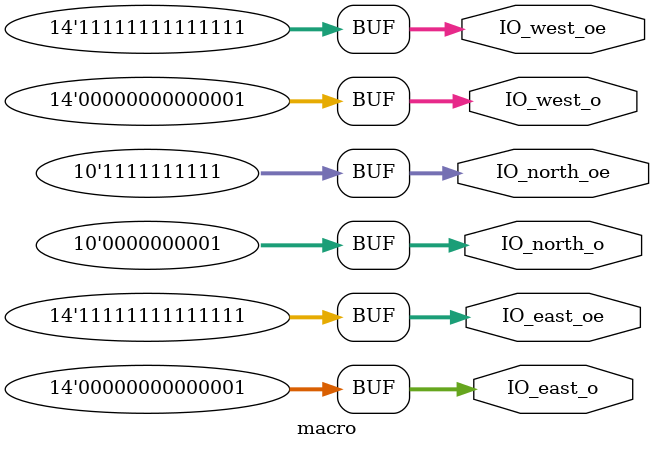
<source format=sv>
module macro #(
    parameter integer number = 0
) (
    output [13:0] IO_east_o,
    output [13:0] IO_east_oe,
    output [13:0] IO_west_o,
    output [13:0] IO_west_oe,
    output [9:0] IO_north_o,
    output [9:0] IO_north_oe 
);
//
assign IO_east_oe = 14'b11_1111_1111_1111;
assign IO_west_oe = 14'b11_1111_1111_1111;
assign IO_north_oe = 10'b11_1111_1111;
//
generate
    case (number)
        0: begin
            assign IO_east_o = 14'b00_0000_0000_0001;
            assign IO_west_o = 14'b00_0000_0000_0001;
            assign IO_north_o = 10'b00_0000_0001;
        end
        1: begin
            assign IO_east_o = 14'b00_0000_0000_0010;
            assign IO_west_o = 14'b00_0000_0000_0010;
            assign IO_north_o = 10'b00_0000_0010;
        end
        2: begin
            assign IO_east_o = 14'b00_0000_0000_0100;
            assign IO_west_o = 14'b00_0000_0000_0100;
            assign IO_north_o = 10'b00_0000_0100;
        end
        3: begin
            assign IO_east_o = 14'b00_0000_0000_1000;
            assign IO_west_o = 14'b00_0000_0000_1000;
            assign IO_north_o = 10'b00_0000_1000;
        end
        4: begin
            assign IO_east_o = 14'b00_0000_0001_0000;
            assign IO_west_o = 14'b00_0000_0001_0000;
            assign IO_north_o = 10'b00_0001_0000;
        end
        5: begin
            assign IO_east_o = 14'b00_0000_0010_0000;
            assign IO_west_o = 14'b00_0000_0010_0000;
            assign IO_north_o = 10'b00_0010_0000;
        end
        6: begin
            assign IO_east_o = 14'b00_0000_0100_0000;
            assign IO_west_o = 14'b00_0000_0100_0000;
            assign IO_north_o = 10'b00_0100_0000;
        end
        7: begin
            assign IO_east_o = 14'b00_0000_1000_0000;
            assign IO_west_o = 14'b00_0000_1000_0000;
            assign IO_north_o = 10'b00_1000_0000;
        end
        8: begin
            assign IO_east_o = 14'b00_0001_0000_0000;
            assign IO_west_o = 14'b00_0001_0000_0000;
            assign IO_north_o = 10'b01_0000_0000;
        end
    endcase
endgenerate
//
endmodule
</source>
